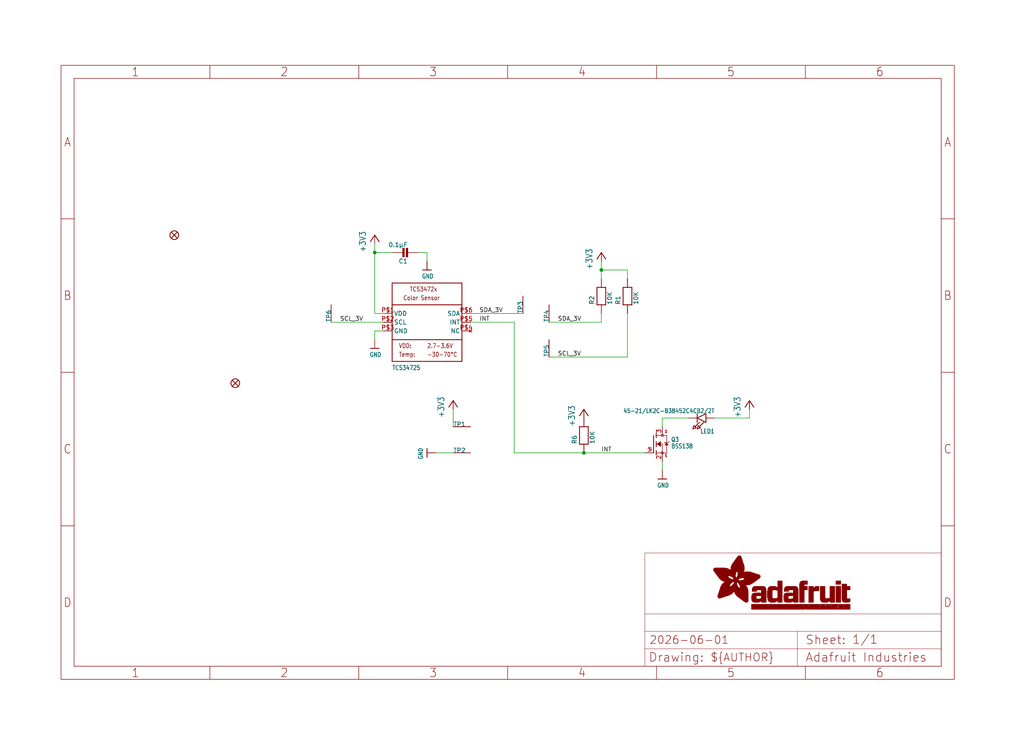
<source format=kicad_sch>
(kicad_sch (version 20230121) (generator eeschema)
  (paper "User" 298.45 217.322)
  (lib_symbols
    (symbol "working-eagle-import:+3V3" (power)
      (property "Value" "+3V3" (at -2.54 -5.08 90))
      (symbol "+3V3_1_0"
        (pin power_in line (at 0 -2.54 90) (length 2.54) (name "+3V3") (number "1"))
      )
    )
    (symbol "working-eagle-import:CAP_CERAMIC_0805"
      (property "Reference" "C" (at -1.79 0.54 90))
      (symbol "CAP_CERAMIC_0805_1_0"
        (pin passive line (at 0 5.08 270) (length 2.54) (name "1") (number "1"))
        (pin passive line (at 0 -2.54 90) (length 2.54) (name "2") (number "2"))
      )
    )
    (symbol "working-eagle-import:FIDUCIAL{dblquote}{dblquote}")
    (symbol "working-eagle-import:FRAME_A4_ADAFRUIT"
      (symbol "FRAME_A4_ADAFRUIT_1_0"
        (text "${#}/${##}" (at 230.505 10.16 0) (effects (font (size 2.54 2.54)) (justify left bottom)))
        (text "${AUTHOR}" (at 189.23 5.08 0) (effects (font (size 2.286 2.286)) (justify left bottom)))
        (text "${CURRENT_DATE}" (at 171.45 10.16 0) (effects (font (size 2.286 2.286)) (justify left bottom)))
        (text "${PROJECTNAME}" (at 171.45 15.24 0) (effects (font (size 2.54 2.54)) (justify left bottom)))
        (text "1" (at 21.6958 1.905 0) (effects (font (size 2.54 2.286))))
        (text "1" (at 21.6958 177.165 0) (effects (font (size 2.54 2.286))))
        (text "2" (at 65.0875 1.905 0) (effects (font (size 2.54 2.286))))
        (text "2" (at 65.0875 177.165 0) (effects (font (size 2.54 2.286))))
        (text "3" (at 108.4792 1.905 0) (effects (font (size 2.54 2.286))))
        (text "3" (at 108.4792 177.165 0) (effects (font (size 2.54 2.286))))
        (text "4" (at 151.8708 1.905 0) (effects (font (size 2.54 2.286))))
        (text "4" (at 151.8708 177.165 0) (effects (font (size 2.54 2.286))))
        (text "5" (at 195.2625 1.905 0) (effects (font (size 2.54 2.286))))
        (text "5" (at 195.2625 177.165 0) (effects (font (size 2.54 2.286))))
        (text "6" (at 238.6542 1.905 0) (effects (font (size 2.54 2.286))))
        (text "6" (at 238.6542 177.165 0) (effects (font (size 2.54 2.286))))
        (text "A" (at 1.905 156.6863 0) (effects (font (size 2.54 2.286))))
        (text "A" (at 258.445 156.6863 0) (effects (font (size 2.54 2.286))))
        (text "Adafruit Industries" (at 216.916 4.953 0) (effects (font (size 2.54 2.54)) (justify left bottom)))
        (text "B" (at 1.905 111.9188 0) (effects (font (size 2.54 2.286))))
        (text "B" (at 258.445 111.9188 0) (effects (font (size 2.54 2.286))))
        (text "C" (at 1.905 67.1513 0) (effects (font (size 2.54 2.286))))
        (text "C" (at 258.445 67.1513 0) (effects (font (size 2.54 2.286))))
        (text "D" (at 1.905 22.3838 0) (effects (font (size 2.54 2.286))))
        (text "D" (at 258.445 22.3838 0) (effects (font (size 2.54 2.286))))
        (text "Drawing:" (at 171.196 4.953 0) (effects (font (size 2.54 2.54)) (justify left bottom)))
        (text "Sheet:" (at 216.916 10.033 0) (effects (font (size 2.54 2.54)) (justify left bottom)))
      )
    )
    (symbol "working-eagle-import:GND" (power)
      (property "Value" "GND" (at -1.524 -2.54 0))
      (symbol "GND_1_0"
        (pin power_in line (at 0 2.54 270) (length 2.54) (name "GND") (number "1"))
      )
    )
    (symbol "working-eagle-import:LEDEV45-21"
      (property "Reference" "LED" (at -5.08 3.175 0))
      (symbol "LEDEV45-21_1_0"
        (pin passive line (at -5.08 0 0) (length 2.54) (name "A") (number "A"))
        (pin passive line (at 2.54 0 180) (length 2.54) (name "C") (number "K"))
      )
    )
    (symbol "working-eagle-import:LIGHT_TCS3472"
      (symbol "LIGHT_TCS3472_1_0"
        (text "-30-70°C" (at 0 -10.16 0) (effects (font (size 1.27 1.0795)) (justify left bottom)))
        (text "2.7-3.6V" (at 0 -7.62 0) (effects (font (size 1.27 1.0795)) (justify left bottom)))
        (text "Color Sensor" (at -6.985 6.35 0) (effects (font (size 1.27 1.0795)) (justify left bottom)))
        (text "TCS3472x" (at -5.08 8.89 0) (effects (font (size 1.27 1.0795)) (justify left bottom)))
        (text "Temp:" (at -8.255 -10.16 0) (effects (font (size 1.27 1.0795)) (justify left bottom)))
        (text "VDD:" (at -8.255 -7.62 0) (effects (font (size 1.27 1.0795)) (justify left bottom)))
        (pin power_in line (at -12.7 2.54 0) (length 2.54) (name "VDD") (number "P$1"))
        (pin bidirectional line (at -12.7 0 0) (length 2.54) (name "SCL") (number "P$2"))
        (pin power_in line (at -12.7 -2.54 0) (length 2.54) (name "GND") (number "P$3"))
        (pin no_connect line (at 12.7 -2.54 180) (length 2.54) (name "NC") (number "P$4"))
        (pin output line (at 12.7 0 180) (length 2.54) (name "INT") (number "P$5"))
        (pin bidirectional line (at 12.7 2.54 180) (length 2.54) (name "SDA") (number "P$6"))
      )
    )
    (symbol "working-eagle-import:MOSFET-NWIDE"
      (property "Reference" "Q" (at 5.08 0.635 0))
      (symbol "MOSFET-NWIDE_1_0"
        (text "D" (at 3.175 3.175 0) (effects (font (size 0.8128 0.6908)) (justify left bottom)))
        (text "G" (at -1.27 -1.905 0) (effects (font (size 0.8128 0.6908)) (justify left bottom)))
        (text "S" (at 3.175 -3.81 0) (effects (font (size 0.8128 0.6908)) (justify left bottom)))
        (pin bidirectional line (at -2.54 -2.54 0) (length 2.54) (name "G") (number "1"))
        (pin bidirectional line (at 2.54 -5.08 90) (length 2.54) (name "S") (number "2"))
        (pin bidirectional line (at 2.54 5.08 270) (length 2.54) (name "D") (number "3"))
      )
    )
    (symbol "working-eagle-import:RESISTOR_0805"
      (property "Reference" "R" (at -2.54 2.032 0))
      (symbol "RESISTOR_0805_1_0"
        (pin passive line (at -5.08 0 0) (length 2.54) (name "1") (number "1"))
        (pin passive line (at 5.08 0 180) (length 2.54) (name "2") (number "2"))
      )
    )
    (symbol "working-eagle-import:SEWTAP0.5IN"
      (property "Reference" "TP" (at 0 0 0))
      (symbol "SEWTAP0.5IN_1_0"
        (pin bidirectional line (at 0 0 0) (length 5.08) (name "SEW") (number "TAP"))
      )
    )
  )
  (junction (at 170.18 132.08))
  (junction (at 109.22 73.66))
  (junction (at 175.26 78.74))
  (wire (pts (xy 218.44 121.92) (xy 208.28 121.92)) (stroke (width 0.1524)))
  (wire (pts (xy 175.26 93.98) (xy 160.02 93.98)) (stroke (width 0.1524)))
  (wire (pts (xy 137.16 93.98) (xy 149.86 93.98)) (stroke (width 0.1524)))
  (wire (pts (xy 109.22 73.66) (xy 114.3 73.66)) (stroke (width 0.1524)))
  (wire (pts (xy 132.08 119.38) (xy 132.08 124.46)) (stroke (width 0.1524)))
  (wire (pts (xy 218.44 121.92) (xy 218.44 119.38)) (stroke (width 0.1524)))
  (wire (pts (xy 187.96 132.08) (xy 170.18 132.08)) (stroke (width 0.1524)))
  (wire (pts (xy 111.76 91.44) (xy 109.22 91.44)) (stroke (width 0.1524)))
  (wire (pts (xy 109.22 91.44) (xy 109.22 73.66)) (stroke (width 0.1524)))
  (wire (pts (xy 149.86 132.08) (xy 149.86 93.98)) (stroke (width 0.1524)))
  (wire (pts (xy 109.22 96.52) (xy 109.22 99.06)) (stroke (width 0.1524)))
  (wire (pts (xy 182.88 81.28) (xy 182.88 78.74)) (stroke (width 0.1524)))
  (wire (pts (xy 175.26 78.74) (xy 182.88 78.74)) (stroke (width 0.1524)))
  (wire (pts (xy 175.26 81.28) (xy 175.26 78.74)) (stroke (width 0.1524)))
  (wire (pts (xy 170.18 132.08) (xy 149.86 132.08)) (stroke (width 0.1524)))
  (wire (pts (xy 111.76 96.52) (xy 109.22 96.52)) (stroke (width 0.1524)))
  (wire (pts (xy 193.04 121.92) (xy 193.04 124.46)) (stroke (width 0.1524)))
  (wire (pts (xy 200.66 121.92) (xy 193.04 121.92)) (stroke (width 0.1524)))
  (wire (pts (xy 175.26 91.44) (xy 175.26 93.98)) (stroke (width 0.1524)))
  (wire (pts (xy 152.4 91.44) (xy 137.16 91.44)) (stroke (width 0.1524)))
  (wire (pts (xy 193.04 134.62) (xy 193.04 137.16)) (stroke (width 0.1524)))
  (wire (pts (xy 182.88 104.14) (xy 160.02 104.14)) (stroke (width 0.1524)))
  (wire (pts (xy 182.88 91.44) (xy 182.88 104.14)) (stroke (width 0.1524)))
  (wire (pts (xy 175.26 76.2) (xy 175.26 78.74)) (stroke (width 0.1524)))
  (wire (pts (xy 109.22 73.66) (xy 109.22 71.12)) (stroke (width 0.1524)))
  (wire (pts (xy 111.76 93.98) (xy 96.52 93.98)) (stroke (width 0.1524)))
  (wire (pts (xy 124.46 73.66) (xy 124.46 76.2)) (stroke (width 0.1524)))
  (wire (pts (xy 127 132.08) (xy 132.08 132.08)) (stroke (width 0.1524)))
  (wire (pts (xy 121.92 73.66) (xy 124.46 73.66)) (stroke (width 0.1524)))
  (label "SCL_3V" (at 99.06 93.98 0) (effects (font (size 1.2446 1.2446))))
  (label "INT" (at 175.26 132.08 0) (effects (font (size 1.2446 1.2446))))
  (label "INT" (at 139.7 93.98 0) (effects (font (size 1.2446 1.2446))))
  (label "SDA_3V" (at 139.7 91.44 0) (effects (font (size 1.2446 1.2446))))
  (label "SDA_3V" (at 162.56 93.98 0) (effects (font (size 1.2446 1.2446))))
  (label "SCL_3V" (at 162.56 104.14 0) (effects (font (size 1.2446 1.2446))))
  (symbol (lib_id "working-eagle-import:+3V3") (at 109.22 68.58 0) (unit 1)
    (property "Reference" "#+3V3" (effects hide))
    (property "Value" "+3V3" (at 106.68 73.66 90) (effects (font (size 1.778 1.5113)) (justify left bottom)))
  )
  (symbol (lib_id "working-eagle-import:LEDEV45-21") (at 203.2 121.92 180) (unit 1)
    (property "Reference" "LED1" (at 208.28 125.095 0) (effects (font (size 1.27 1.0795)) (justify left bottom)))
    (property "Value" "45-21/LK2C-B38452C4CB2/2T" (at 208.28 119.126 0) (effects (font (size 1.27 1.0795)) (justify left bottom)))
    (property "Footprint" "working:EVERLIGHT_45-21" (effects hide))
  )
  (symbol (lib_id "working-eagle-import:+3V3") (at 132.08 116.84 0) (unit 1)
    (property "Reference" "#+3V1" (effects hide))
    (property "Value" "+3V3" (at 129.54 121.92 90) (effects (font (size 1.778 1.5113)) (justify left bottom)))
  )
  (symbol (lib_id "working-eagle-import:FRAME_A4_ADAFRUIT") (at 17.78 198.12 0) (unit 1)
    (property "Reference" "#U$1" (effects hide))
    (property "Value" "FRAME_A4_ADAFRUIT" (effects hide))
  )
  (symbol (lib_id "working-eagle-import:CAP_CERAMIC_0805") (at 119.38 73.66 90) (unit 1)
    (property "Reference" "C1" (at 118.84 75.45 90) (effects (justify left bottom)))
    (property "Value" "0.1µF" (at 118.84 70.66 90) (effects (justify left bottom)))
    (property "Footprint" "working:_0805" (effects hide))
  )
  (symbol (lib_id "working-eagle-import:RESISTOR_0805") (at 182.88 86.36 90) (unit 1)
    (property "Reference" "R1" (at 180.848 88.9 0) (effects (justify left bottom)))
    (property "Value" "10K" (at 186.055 88.9 0) (effects (justify left bottom)))
    (property "Footprint" "working:_0805" (effects hide))
  )
  (symbol (lib_id "working-eagle-import:LIGHT_TCS3472") (at 124.46 93.98 0) (unit 1)
    (property "Reference" "U1" (effects hide))
    (property "Value" "TCS34725" (at 114.3 107.95 0) (effects (font (size 1.27 1.0795)) (justify left bottom)))
    (property "Footprint" "working:TCS3472_FN6" (effects hide))
  )
  (symbol (lib_id "working-eagle-import:+3V3") (at 175.26 73.66 0) (unit 1)
    (property "Reference" "#+3V4" (effects hide))
    (property "Value" "+3V3" (at 172.72 78.74 90) (effects (font (size 1.778 1.5113)) (justify left bottom)))
  )
  (symbol (lib_id "working-eagle-import:SEWTAP0.5IN") (at 160.02 93.98 90) (unit 1)
    (property "Reference" "TP4" (at 160.02 93.98 0) (effects (justify left bottom)))
    (property "Value" "SEWTAP0.5IN" (effects hide))
    (property "Footprint" "working:SEWINGTAP_0.5" (effects hide))
  )
  (symbol (lib_id "working-eagle-import:RESISTOR_0805") (at 175.26 86.36 90) (unit 1)
    (property "Reference" "R2" (at 173.228 88.9 0) (effects (justify left bottom)))
    (property "Value" "10K" (at 178.435 88.9 0) (effects (justify left bottom)))
    (property "Footprint" "working:_0805" (effects hide))
  )
  (symbol (lib_id "working-eagle-import:RESISTOR_0805") (at 170.18 127 90) (unit 1)
    (property "Reference" "R6" (at 168.148 129.54 0) (effects (justify left bottom)))
    (property "Value" "10K" (at 173.355 129.54 0) (effects (justify left bottom)))
    (property "Footprint" "working:_0805" (effects hide))
  )
  (symbol (lib_id "working-eagle-import:+3V3") (at 170.18 119.38 0) (unit 1)
    (property "Reference" "#+3V6" (effects hide))
    (property "Value" "+3V3" (at 167.64 124.46 90) (effects (font (size 1.778 1.5113)) (justify left bottom)))
  )
  (symbol (lib_id "working-eagle-import:SEWTAP0.5IN") (at 152.4 91.44 90) (unit 1)
    (property "Reference" "TP3" (at 152.4 91.44 0) (effects (justify left bottom)))
    (property "Value" "SEWTAP0.5IN" (effects hide))
    (property "Footprint" "working:SEWINGTAP_0.5" (effects hide))
  )
  (symbol (lib_id "working-eagle-import:+3V3") (at 218.44 116.84 0) (unit 1)
    (property "Reference" "#+3V5" (effects hide))
    (property "Value" "+3V3" (at 215.9 121.92 90) (effects (font (size 1.778 1.5113)) (justify left bottom)))
  )
  (symbol (lib_id "working-eagle-import:SEWTAP0.5IN") (at 132.08 132.08 0) (unit 1)
    (property "Reference" "TP2" (at 132.08 132.08 0) (effects (justify left bottom)))
    (property "Value" "SEWTAP0.5IN" (effects hide))
    (property "Footprint" "working:SEWINGTAP_0.5" (effects hide))
  )
  (symbol (lib_id "working-eagle-import:SEWTAP0.5IN") (at 132.08 124.46 0) (unit 1)
    (property "Reference" "TP1" (at 132.08 124.46 0) (effects (justify left bottom)))
    (property "Value" "SEWTAP0.5IN" (effects hide))
    (property "Footprint" "working:SEWINGTAP_0.5" (effects hide))
  )
  (symbol (lib_id "working-eagle-import:GND") (at 193.04 139.7 0) (unit 1)
    (property "Reference" "#U$5" (effects hide))
    (property "Value" "GND" (at 191.516 142.24 0) (effects (font (size 1.27 1.0795)) (justify left bottom)))
  )
  (symbol (lib_id "working-eagle-import:GND") (at 124.46 132.08 270) (unit 1)
    (property "Reference" "#U$6" (effects hide))
    (property "Value" "GND" (at 121.92 130.556 0) (effects (font (size 1.27 1.0795)) (justify left bottom)))
  )
  (symbol (lib_id "working-eagle-import:FIDUCIAL{dblquote}{dblquote}") (at 50.8 68.58 0) (unit 1)
    (property "Reference" "FID2" (effects hide))
    (property "Value" "FIDUCIAL{dblquote}{dblquote}" (effects hide))
    (property "Footprint" "working:FIDUCIAL_1MM" (effects hide))
  )
  (symbol (lib_id "working-eagle-import:GND") (at 124.46 78.74 0) (unit 1)
    (property "Reference" "#U$4" (effects hide))
    (property "Value" "GND" (at 122.936 81.28 0) (effects (font (size 1.27 1.0795)) (justify left bottom)))
  )
  (symbol (lib_id "working-eagle-import:MOSFET-NWIDE") (at 190.5 129.54 0) (unit 1)
    (property "Reference" "Q3" (at 195.58 128.905 0) (effects (font (size 1.27 1.0795)) (justify left bottom)))
    (property "Value" "BSS138" (at 195.58 130.81 0) (effects (font (size 1.27 1.0795)) (justify left bottom)))
    (property "Footprint" "working:SOT23-WIDE" (effects hide))
  )
  (symbol (lib_id "working-eagle-import:GND") (at 109.22 101.6 0) (unit 1)
    (property "Reference" "#U$3" (effects hide))
    (property "Value" "GND" (at 107.696 104.14 0) (effects (font (size 1.27 1.0795)) (justify left bottom)))
  )
  (symbol (lib_id "working-eagle-import:SEWTAP0.5IN") (at 96.52 93.98 90) (unit 1)
    (property "Reference" "TP6" (at 96.52 93.98 0) (effects (justify left bottom)))
    (property "Value" "SEWTAP0.5IN" (effects hide))
    (property "Footprint" "working:SEWINGTAP_0.5" (effects hide))
  )
  (symbol (lib_id "working-eagle-import:FIDUCIAL{dblquote}{dblquote}") (at 68.58 111.76 0) (unit 1)
    (property "Reference" "FID1" (effects hide))
    (property "Value" "FIDUCIAL{dblquote}{dblquote}" (effects hide))
    (property "Footprint" "working:FIDUCIAL_1MM" (effects hide))
  )
  (symbol (lib_id "working-eagle-import:SEWTAP0.5IN") (at 160.02 104.14 90) (unit 1)
    (property "Reference" "TP5" (at 160.02 104.14 0) (effects (justify left bottom)))
    (property "Value" "SEWTAP0.5IN" (effects hide))
    (property "Footprint" "working:SEWINGTAP_0.5" (effects hide))
  )
)
</source>
